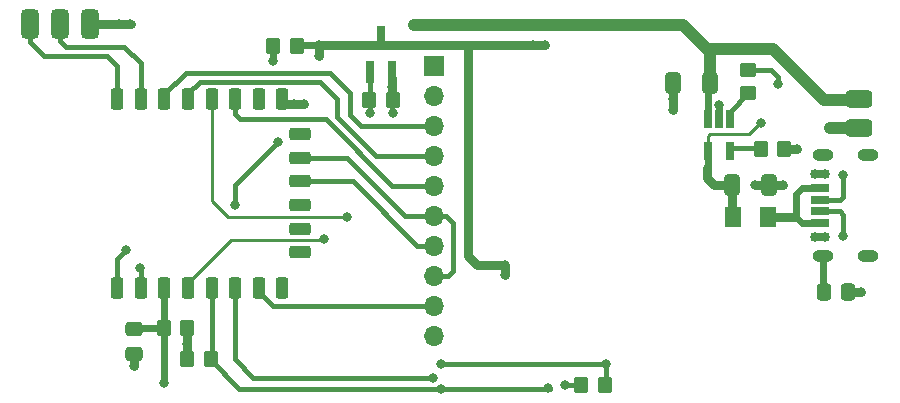
<source format=gtl>
G04 #@! TF.GenerationSoftware,KiCad,Pcbnew,6.99.0-unknown-455e330f3b~148~ubuntu20.04.1*
G04 #@! TF.CreationDate,2022-03-15T10:42:54+05:30*
G04 #@! TF.ProjectId,espc3-vario,65737063-332d-4766-9172-696f2e6b6963,rev?*
G04 #@! TF.SameCoordinates,PX55d4a80PY7270e00*
G04 #@! TF.FileFunction,Copper,L1,Top*
G04 #@! TF.FilePolarity,Positive*
%FSLAX46Y46*%
G04 Gerber Fmt 4.6, Leading zero omitted, Abs format (unit mm)*
G04 Created by KiCad (PCBNEW 6.99.0-unknown-455e330f3b~148~ubuntu20.04.1) date 2022-03-15 10:42:54*
%MOMM*%
%LPD*%
G01*
G04 APERTURE LIST*
G04 Aperture macros list*
%AMRoundRect*
0 Rectangle with rounded corners*
0 $1 Rounding radius*
0 $2 $3 $4 $5 $6 $7 $8 $9 X,Y pos of 4 corners*
0 Add a 4 corners polygon primitive as box body*
4,1,4,$2,$3,$4,$5,$6,$7,$8,$9,$2,$3,0*
0 Add four circle primitives for the rounded corners*
1,1,$1+$1,$2,$3*
1,1,$1+$1,$4,$5*
1,1,$1+$1,$6,$7*
1,1,$1+$1,$8,$9*
0 Add four rect primitives between the rounded corners*
20,1,$1+$1,$2,$3,$4,$5,0*
20,1,$1+$1,$4,$5,$6,$7,0*
20,1,$1+$1,$6,$7,$8,$9,0*
20,1,$1+$1,$8,$9,$2,$3,0*%
G04 Aperture macros list end*
G04 #@! TA.AperFunction,SMDPad,CuDef*
%ADD10R,0.650000X1.560000*%
G04 #@! TD*
G04 #@! TA.AperFunction,SMDPad,CuDef*
%ADD11R,0.800000X1.900000*%
G04 #@! TD*
G04 #@! TA.AperFunction,SMDPad,CuDef*
%ADD12RoundRect,0.250000X0.412500X0.650000X-0.412500X0.650000X-0.412500X-0.650000X0.412500X-0.650000X0*%
G04 #@! TD*
G04 #@! TA.AperFunction,SMDPad,CuDef*
%ADD13RoundRect,0.250000X-0.350000X-0.450000X0.350000X-0.450000X0.350000X0.450000X-0.350000X0.450000X0*%
G04 #@! TD*
G04 #@! TA.AperFunction,SMDPad,CuDef*
%ADD14RoundRect,0.250000X-0.337500X-0.475000X0.337500X-0.475000X0.337500X0.475000X-0.337500X0.475000X0*%
G04 #@! TD*
G04 #@! TA.AperFunction,SMDPad,CuDef*
%ADD15RoundRect,0.275000X0.275000X-0.625000X0.275000X0.625000X-0.275000X0.625000X-0.275000X-0.625000X0*%
G04 #@! TD*
G04 #@! TA.AperFunction,SMDPad,CuDef*
%ADD16RoundRect,0.275000X-0.625000X-0.275000X0.625000X-0.275000X0.625000X0.275000X-0.625000X0.275000X0*%
G04 #@! TD*
G04 #@! TA.AperFunction,SMDPad,CuDef*
%ADD17RoundRect,0.250000X0.350000X0.450000X-0.350000X0.450000X-0.350000X-0.450000X0.350000X-0.450000X0*%
G04 #@! TD*
G04 #@! TA.AperFunction,ComponentPad*
%ADD18R,1.700000X1.700000*%
G04 #@! TD*
G04 #@! TA.AperFunction,ComponentPad*
%ADD19O,1.700000X1.700000*%
G04 #@! TD*
G04 #@! TA.AperFunction,SMDPad,CuDef*
%ADD20RoundRect,0.250000X-0.475000X0.337500X-0.475000X-0.337500X0.475000X-0.337500X0.475000X0.337500X0*%
G04 #@! TD*
G04 #@! TA.AperFunction,SMDPad,CuDef*
%ADD21RoundRect,0.381000X0.762000X0.381000X-0.762000X0.381000X-0.762000X-0.381000X0.762000X-0.381000X0*%
G04 #@! TD*
G04 #@! TA.AperFunction,SMDPad,CuDef*
%ADD22R,1.500000X0.800000*%
G04 #@! TD*
G04 #@! TA.AperFunction,SMDPad,CuDef*
%ADD23R,1.500000X0.700000*%
G04 #@! TD*
G04 #@! TA.AperFunction,ComponentPad*
%ADD24O,1.800000X1.000000*%
G04 #@! TD*
G04 #@! TA.AperFunction,SMDPad,CuDef*
%ADD25RoundRect,0.250001X0.462499X0.624999X-0.462499X0.624999X-0.462499X-0.624999X0.462499X-0.624999X0*%
G04 #@! TD*
G04 #@! TA.AperFunction,SMDPad,CuDef*
%ADD26RoundRect,0.375000X0.375000X-0.875000X0.375000X0.875000X-0.375000X0.875000X-0.375000X-0.875000X0*%
G04 #@! TD*
G04 #@! TA.AperFunction,SMDPad,CuDef*
%ADD27RoundRect,0.250000X-0.450000X0.350000X-0.450000X-0.350000X0.450000X-0.350000X0.450000X0.350000X0*%
G04 #@! TD*
G04 #@! TA.AperFunction,SMDPad,CuDef*
%ADD28RoundRect,0.250000X-0.412500X-0.650000X0.412500X-0.650000X0.412500X0.650000X-0.412500X0.650000X0*%
G04 #@! TD*
G04 #@! TA.AperFunction,ViaPad*
%ADD29C,0.800000*%
G04 #@! TD*
G04 #@! TA.AperFunction,Conductor*
%ADD30C,0.400000*%
G04 #@! TD*
G04 #@! TA.AperFunction,Conductor*
%ADD31C,0.600000*%
G04 #@! TD*
G04 #@! TA.AperFunction,Conductor*
%ADD32C,0.800000*%
G04 #@! TD*
G04 #@! TA.AperFunction,Conductor*
%ADD33C,0.250000*%
G04 #@! TD*
G04 #@! TA.AperFunction,Conductor*
%ADD34C,1.000000*%
G04 #@! TD*
G04 APERTURE END LIST*
D10*
X60949999Y24349999D03*
X59999999Y24349999D03*
X59049999Y24349999D03*
X59049999Y21649999D03*
X60949999Y21649999D03*
D11*
X30449999Y28299999D03*
X32349999Y28299999D03*
X31399999Y31299999D03*
D12*
X59212500Y27350000D03*
X56087500Y27350000D03*
D13*
X50350000Y1850000D03*
X48350000Y1850000D03*
D14*
X68862500Y9650000D03*
X70937500Y9650000D03*
D15*
X9050000Y10050000D03*
X11050000Y10050000D03*
X13050000Y10050000D03*
X15050000Y10050000D03*
X17050000Y10050000D03*
X19050000Y10050000D03*
X21050000Y10050000D03*
X23050000Y10050000D03*
D16*
X24550000Y13050000D03*
X24550000Y15050000D03*
X24550000Y17050000D03*
X24550000Y19050000D03*
X24550000Y21050000D03*
X24550000Y23050000D03*
D15*
X23050000Y26050000D03*
X21050000Y26050000D03*
X19050000Y26050000D03*
X17050000Y26050000D03*
X15050000Y26050000D03*
X13050000Y26050000D03*
X11050000Y26050000D03*
X9050000Y26050000D03*
D17*
X32400000Y25900000D03*
X30400000Y25900000D03*
X15000000Y6600000D03*
X13000000Y6600000D03*
D18*
X35899999Y28809999D03*
D19*
X35899999Y26269999D03*
X35899999Y23729999D03*
X35899999Y21189999D03*
X35899999Y18649999D03*
X35899999Y16109999D03*
X35899999Y13569999D03*
X35899999Y11029999D03*
X35899999Y8489999D03*
X35899999Y5949999D03*
D20*
X10500000Y6537500D03*
X10500000Y4462500D03*
D21*
X71850000Y23600000D03*
X71850000Y26000000D03*
D22*
X68599999Y14299999D03*
D23*
X68599999Y15499999D03*
X68599999Y16499999D03*
X68599999Y17499999D03*
X68599999Y18499999D03*
D22*
X68599999Y19699999D03*
D24*
X68799999Y12699999D03*
X68799999Y21299999D03*
X72599999Y12699999D03*
X72599999Y21299999D03*
D25*
X64137500Y16050000D03*
X61162500Y16050000D03*
D26*
X1700000Y32400000D03*
X4240000Y32400000D03*
X6780000Y32400000D03*
D27*
X62500000Y28500000D03*
X62500000Y26500000D03*
D13*
X15000000Y4000000D03*
X17000000Y4000000D03*
D17*
X65550000Y21800000D03*
X63550000Y21800000D03*
D28*
X61137500Y18750000D03*
X64262500Y18750000D03*
D13*
X22250000Y30550000D03*
X24250000Y30550000D03*
D29*
X30450000Y24800000D03*
X22250000Y29200000D03*
X46950000Y1850000D03*
X36500000Y3600000D03*
X50450000Y3600000D03*
X26150000Y30600000D03*
X45250000Y30600000D03*
X41850000Y12000000D03*
X44300000Y30600000D03*
X26150000Y29650000D03*
X41850000Y11150000D03*
X60000000Y25500000D03*
X63100000Y18750000D03*
X68950000Y14300000D03*
X68950000Y19700000D03*
X68150000Y19700000D03*
X66600000Y21800000D03*
X70300000Y23600000D03*
X10150000Y32400000D03*
X56100000Y25100000D03*
X65400000Y18750000D03*
X24850000Y25600000D03*
X68150000Y14300000D03*
X24000000Y25600000D03*
X72000000Y9650000D03*
X69450000Y23600000D03*
X9200000Y32400000D03*
X10500000Y3450000D03*
X56100000Y26000000D03*
X23050000Y10500000D03*
X23050000Y9600000D03*
X15000000Y5300000D03*
X11000000Y11700000D03*
X9800000Y13250000D03*
X35300000Y32300000D03*
X32400000Y24800000D03*
X34100000Y32300000D03*
X32350000Y27000000D03*
X19000000Y17050000D03*
X22700000Y22400000D03*
X21000000Y26100000D03*
X65000000Y27300000D03*
X63550000Y24000000D03*
X70550000Y14450000D03*
X70500000Y19600000D03*
X26600000Y14150000D03*
X35793245Y2431255D03*
X36500000Y1500000D03*
X45500000Y1550000D03*
X28550000Y16050000D03*
X13050000Y10100000D03*
X13000000Y2000000D03*
D30*
X32350000Y26450000D02*
X32350000Y24850000D01*
X32350000Y24850000D02*
X32400000Y24800000D01*
X30450000Y24850000D02*
X30450000Y28862500D01*
D31*
X24275000Y30600000D02*
X26025000Y30600000D01*
D32*
X26150000Y29650000D02*
X26150000Y30600000D01*
D31*
X22250000Y30450000D02*
X22250000Y29200000D01*
D32*
X26150000Y30600000D02*
X31537500Y30600000D01*
D30*
X36500000Y3600000D02*
X50400000Y3600000D01*
X50450000Y3650000D02*
X50450000Y1950000D01*
X46950000Y1850000D02*
X48350000Y1850000D01*
D33*
X45700000Y1500000D02*
X45650000Y1550000D01*
X45650000Y1550000D02*
X45500000Y1550000D01*
D32*
X24000000Y25600000D02*
X24850000Y25600000D01*
D33*
X23050000Y26050000D02*
X23050000Y25600000D01*
D32*
X23050000Y25600000D02*
X24000000Y25600000D01*
D30*
X22700000Y22400000D02*
X22675000Y22400000D01*
X22675000Y22400000D02*
X19000000Y18725000D01*
X19000000Y18725000D02*
X19000000Y17050000D01*
D32*
X56100000Y25100000D02*
X56100000Y26000000D01*
X56100000Y26000000D02*
X56100000Y27337500D01*
D33*
X56100000Y27337500D02*
X56087500Y27350000D01*
D34*
X70300000Y23600000D02*
X70200000Y23600000D01*
X70200000Y23600000D02*
X69450000Y23600000D01*
X71850000Y23600000D02*
X70200000Y23600000D01*
D32*
X65400000Y18750000D02*
X64262500Y18750000D01*
X63100000Y18750000D02*
X64262500Y18750000D01*
X70937500Y9650000D02*
X72000000Y9650000D01*
X65550000Y21800000D02*
X66600000Y21800000D01*
D33*
X10500000Y3400000D02*
X10500000Y3450000D01*
D32*
X10500000Y4462500D02*
X10500000Y3400000D01*
D33*
X50400000Y1900000D02*
X50350000Y1850000D01*
D32*
X38750000Y30600000D02*
X31537500Y30600000D01*
X38750000Y30600000D02*
X45250000Y30600000D01*
X41850000Y12000000D02*
X41850000Y11150000D01*
X39500000Y12000000D02*
X38750000Y12750000D01*
X38750000Y12750000D02*
X38750000Y30600000D01*
X41850000Y12000000D02*
X39500000Y12000000D01*
D31*
X31537500Y30600000D02*
X31400000Y30737500D01*
X60000000Y24137500D02*
X60000000Y25500000D01*
D33*
X68950000Y19700000D02*
X68150000Y19700000D01*
D32*
X9200000Y32400000D02*
X10200000Y32400000D01*
X6780000Y32400000D02*
X9200000Y32400000D01*
X15000000Y6650000D02*
X15000000Y4000000D01*
D30*
X11050000Y10050000D02*
X11050000Y11650000D01*
X11050000Y11650000D02*
X11000000Y11700000D01*
X9800000Y13250000D02*
X9050000Y12500000D01*
X9050000Y12500000D02*
X9050000Y10050000D01*
D31*
X66500000Y16000000D02*
X67000000Y15500000D01*
X68100000Y18500000D02*
X67000000Y18500000D01*
X67000000Y18500000D02*
X66500000Y18000000D01*
X67000000Y15500000D02*
X68100000Y15500000D01*
D32*
X66450000Y16050000D02*
X64137500Y16050000D01*
D31*
X66500000Y18000000D02*
X66500000Y16500000D01*
X66500000Y16500000D02*
X66500000Y16000000D01*
D34*
X59012500Y30237500D02*
X64612500Y30237500D01*
X59250000Y27587500D02*
X59250000Y30000000D01*
X64612500Y30237500D02*
X68900000Y25950000D01*
X59012500Y30237500D02*
X57000000Y32250000D01*
X71800000Y25950000D02*
X71850000Y26000000D01*
X59250000Y30000000D02*
X59012500Y30237500D01*
D32*
X32350000Y26350000D02*
X32350000Y27450000D01*
D34*
X68900000Y25950000D02*
X71800000Y25950000D01*
D31*
X59050000Y24137500D02*
X59050000Y27162500D01*
D34*
X57000000Y32300000D02*
X34150000Y32300000D01*
X57000000Y32250000D02*
X57000000Y32300000D01*
D32*
X32350000Y27450000D02*
X32350000Y27800000D01*
D30*
X65000000Y27300000D02*
X65000000Y27900000D01*
X65000000Y27900000D02*
X64400000Y28500000D01*
X64400000Y28500000D02*
X62500000Y28500000D01*
D32*
X59550000Y18750000D02*
X59050000Y19250000D01*
D33*
X59250000Y23050000D02*
X59050000Y22850000D01*
D32*
X59050000Y19250000D02*
X59000000Y19300000D01*
D33*
X63500000Y24000000D02*
X62550000Y23050000D01*
X59050000Y22850000D02*
X59050000Y21862500D01*
D32*
X59000000Y19300000D02*
X59000000Y20200000D01*
D31*
X59050000Y21650000D02*
X59050000Y20250000D01*
D33*
X63550000Y24000000D02*
X63500000Y24000000D01*
D32*
X61137500Y18750000D02*
X59550000Y18750000D01*
D33*
X62550000Y23050000D02*
X59250000Y23050000D01*
X59050000Y20250000D02*
X59000000Y20200000D01*
D32*
X61137500Y18750000D02*
X61137500Y16062500D01*
D30*
X8200000Y29700000D02*
X9050000Y28850000D01*
X9050000Y28850000D02*
X9050000Y26050000D01*
X1700000Y30850000D02*
X2850000Y29700000D01*
X2850000Y29700000D02*
X8200000Y29700000D01*
X1700000Y32400000D02*
X1700000Y30850000D01*
X4750000Y30450000D02*
X9650000Y30450000D01*
X11050000Y29050000D02*
X11050000Y26050000D01*
X9650000Y30450000D02*
X11050000Y29050000D01*
X4240000Y32400000D02*
X4240000Y30960000D01*
X4240000Y30960000D02*
X4750000Y30450000D01*
X70550000Y16200000D02*
X70550000Y14450000D01*
X68600000Y16500000D02*
X70250000Y16500000D01*
X70250000Y16500000D02*
X70550000Y16200000D01*
X70250000Y17500000D02*
X70500000Y17750000D01*
X68600000Y17500000D02*
X70250000Y17500000D01*
X70500000Y17750000D02*
X70500000Y19600000D01*
D33*
X15050000Y10450000D02*
X15050000Y10050000D01*
X18700000Y14100000D02*
X15050000Y10450000D01*
X26600000Y14150000D02*
X26550000Y14100000D01*
X26550000Y14100000D02*
X18700000Y14100000D01*
D30*
X24550000Y19050000D02*
X29000000Y19050000D01*
X29000000Y19050000D02*
X34480000Y13570000D01*
X34480000Y13570000D02*
X35900000Y13570000D01*
X60950000Y24950000D02*
X62500000Y26500000D01*
X60950000Y24137500D02*
X60950000Y24950000D01*
X63487500Y21862500D02*
X63550000Y21800000D01*
X60950000Y21862500D02*
X63487500Y21862500D01*
X29670000Y23730000D02*
X35900000Y23730000D01*
X14850000Y28250000D02*
X27050000Y28250000D01*
X28750000Y24650000D02*
X29670000Y23730000D01*
X28750000Y26550000D02*
X28750000Y24650000D01*
X13050000Y26450000D02*
X14850000Y28250000D01*
X27050000Y28250000D02*
X28750000Y26550000D01*
D33*
X13050000Y26050000D02*
X13050000Y26450000D01*
D30*
X27700000Y24500000D02*
X27700000Y26050000D01*
X35900000Y21190000D02*
X31010000Y21190000D01*
D33*
X15050000Y26500000D02*
X15050000Y26050000D01*
D30*
X26250000Y27500000D02*
X16050000Y27500000D01*
X16050000Y27500000D02*
X15050000Y26500000D01*
X27700000Y26050000D02*
X26250000Y27500000D01*
X31010000Y21190000D02*
X27700000Y24500000D01*
X32350000Y18700000D02*
X35850000Y18700000D01*
X26700000Y24350000D02*
X32350000Y18700000D01*
X35850000Y18700000D02*
X35900000Y18650000D01*
D33*
X19100000Y24700000D02*
X19050000Y24750000D01*
D30*
X19450000Y24350000D02*
X26700000Y24350000D01*
X19050000Y24750000D02*
X19050000Y26050000D01*
X19100000Y24700000D02*
X19450000Y24350000D01*
X36890000Y16110000D02*
X37500000Y15500000D01*
X35900000Y16110000D02*
X33440000Y16110000D01*
X35900000Y16110000D02*
X36890000Y16110000D01*
X33440000Y16110000D02*
X28500000Y21050000D01*
X35900000Y11030000D02*
X37030000Y11030000D01*
X37500000Y11500000D02*
X37500000Y15500000D01*
X37030000Y11030000D02*
X37500000Y11500000D01*
X28500000Y21050000D02*
X24550000Y21050000D01*
X21050000Y9700000D02*
X22260000Y8490000D01*
X22260000Y8490000D02*
X35900000Y8490000D01*
D33*
X21050000Y10050000D02*
X21050000Y9700000D01*
X19000000Y10000000D02*
X19050000Y10050000D01*
D30*
X20568745Y2431255D02*
X19000000Y4000000D01*
X35793245Y2431255D02*
X20568745Y2431255D01*
X19000000Y4000000D02*
X19000000Y10000000D01*
X17050000Y10050000D02*
X17050000Y4050000D01*
X19400000Y1500000D02*
X36500000Y1500000D01*
D33*
X17050000Y4050000D02*
X17000000Y4000000D01*
D30*
X17000000Y3900000D02*
X19400000Y1500000D01*
X36500000Y1500000D02*
X45700000Y1500000D01*
D33*
X17000000Y4000000D02*
X17000000Y3900000D01*
X17050000Y17400000D02*
X17050000Y26050000D01*
X18400000Y16050000D02*
X17050000Y17400000D01*
X28550000Y16050000D02*
X18400000Y16050000D01*
D31*
X13050000Y10050000D02*
X13050000Y6650000D01*
X13000000Y6600000D02*
X10562500Y6600000D01*
D33*
X13050000Y10100000D02*
X13050000Y10050000D01*
D31*
X13050000Y6650000D02*
X13000000Y6600000D01*
X13000000Y6600000D02*
X13000000Y2000000D01*
X68800000Y9712500D02*
X68862500Y9650000D01*
X68800000Y12700000D02*
X68800000Y9712500D01*
M02*

</source>
